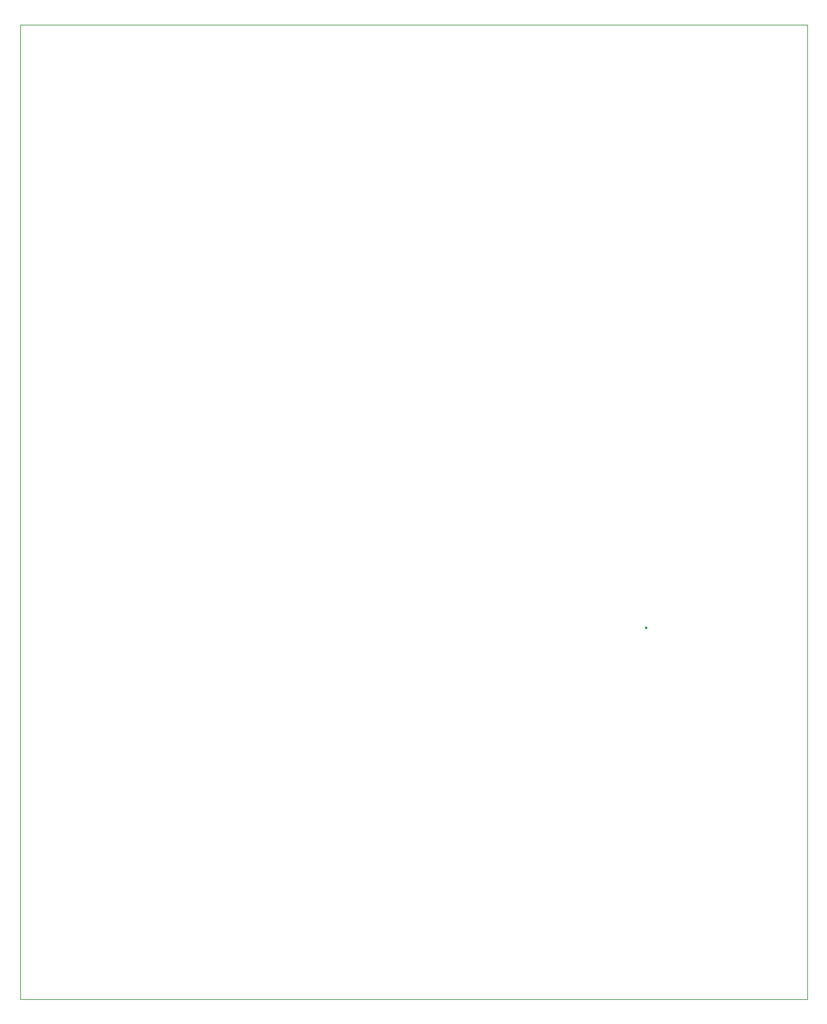
<source format=gm1>
G04 Layer_Color=16711935*
%FSLAX43Y43*%
%MOMM*%
G71*
G01*
G75*
%ADD10C,0.100*%
%ADD47C,0.300*%
D10*
X95000Y-10000D02*
Y120000D01*
X-10000D02*
X95000D01*
X-10000Y-10000D02*
Y120000D01*
Y-10000D02*
X95000D01*
Y120000D01*
X-10000D02*
X95000D01*
X-10000Y-10000D02*
Y120000D01*
Y-10000D02*
X95000D01*
D47*
X73500Y39500D02*
X73500Y39500D01*
X73500Y39500D02*
X73500Y39500D01*
M02*

</source>
